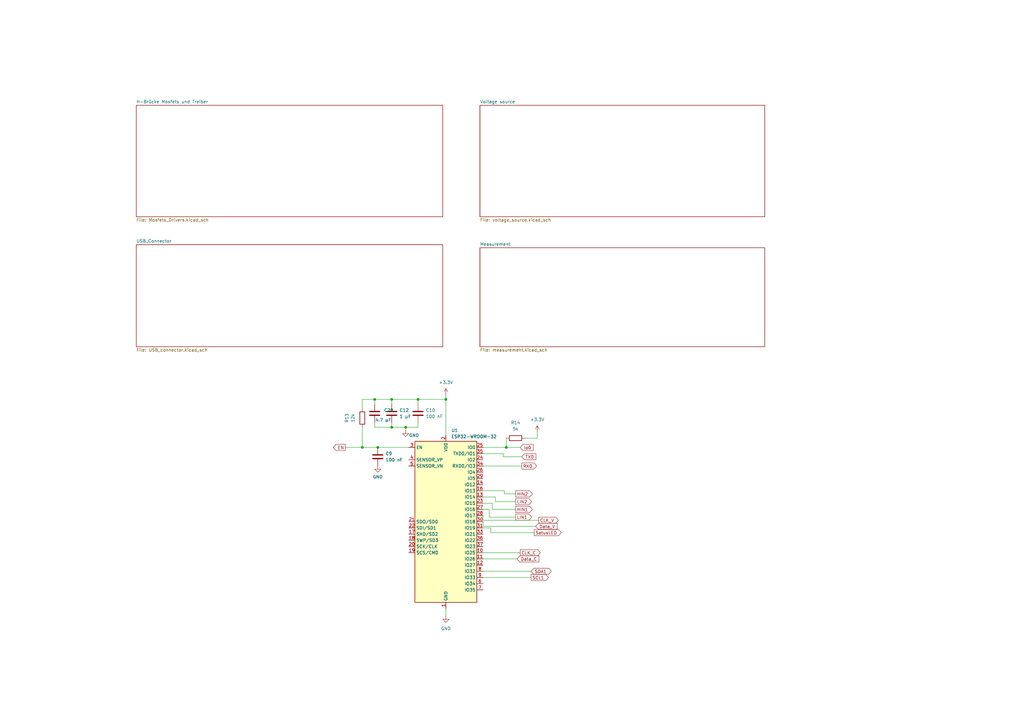
<source format=kicad_sch>
(kicad_sch (version 20231120) (generator "eeschema") (generator_version "8.0")
  (paper "A3")
  (lib_symbols
    (symbol "Device:C" (pin_numbers hide) (pin_names (offset 0.254))
      (property "Reference" "C" (at 0.635 2.54 0))
      (property "Value" "C" (at 0.635 -2.54 0))
      (symbol "C_0_1"
        (polyline (pts (xy -2.032 -0.762) (xy 2.032 -0.762)) (stroke (width 0.508)))
        (polyline (pts (xy -2.032 0.762) (xy 2.032 0.762)) (stroke (width 0.508)))
      )
      (symbol "C_1_1"
        (pin passive line (at 0 3.81 270) (length 2.794) (name "~") (number "1"))
        (pin passive line (at 0 -3.81 90) (length 2.794) (name "~") (number "2"))
      )
    )
    (symbol "Device:R" (pin_numbers hide) (pin_names (offset 0))
      (property "Reference" "R" (at 2.032 0 90))
      (property "Value" "R" (at 0 0 90))
      (symbol "R_0_1"
        (rectangle (start -1.016 -2.54) (end 1.016 2.54) (stroke (width 0.254)))
      )
      (symbol "R_1_1"
        (pin passive line (at 0 3.81 270) (length 1.27) (name "~") (number "1"))
        (pin passive line (at 0 -3.81 90) (length 1.27) (name "~") (number "2"))
      )
    )
    (symbol "RF_Module:ESP32-WROOM-32"
      (property "Reference" "U" (at -12.7 34.29 0))
      (property "Value" "ESP32-WROOM-32" (at 1.27 34.29 0))
      (symbol "ESP32-WROOM-32_0_1"
        (rectangle (start -12.7 33.02) (end 12.7 -33.02) (stroke (width 0.254)) (fill (type background)))
      )
      (symbol "ESP32-WROOM-32_1_1"
        (pin power_in line (at 0 -35.56 90) (length 2.54) (name "GND") (number "1"))
        (pin bidirectional line (at 15.24 -12.7 180) (length 2.54) (name "IO25") (number "10"))
        (pin bidirectional line (at 15.24 -15.24 180) (length 2.54) (name "IO26") (number "11"))
        (pin bidirectional line (at 15.24 -17.78 180) (length 2.54) (name "IO27") (number "12"))
        (pin bidirectional line (at 15.24 10.16 180) (length 2.54) (name "IO14") (number "13"))
        (pin bidirectional line (at 15.24 15.24 180) (length 2.54) (name "IO12") (number "14"))
        (pin passive line (at 0 -35.56 90) (length 2.54) hide (name "GND") (number "15"))
        (pin bidirectional line (at 15.24 12.7 180) (length 2.54) (name "IO13") (number "16"))
        (pin bidirectional line (at -15.24 -5.08 0) (length 2.54) (name "SHD/SD2") (number "17"))
        (pin bidirectional line (at -15.24 -7.62 0) (length 2.54) (name "SWP/SD3") (number "18"))
        (pin bidirectional line (at -15.24 -12.7 0) (length 2.54) (name "SCS/CMD") (number "19"))
        (pin power_in line (at 0 35.56 270) (length 2.54) (name "VDD") (number "2"))
        (pin bidirectional line (at -15.24 -10.16 0) (length 2.54) (name "SCK/CLK") (number "20"))
        (pin bidirectional line (at -15.24 0 0) (length 2.54) (name "SDO/SD0") (number "21"))
        (pin bidirectional line (at -15.24 -2.54 0) (length 2.54) (name "SDI/SD1") (number "22"))
        (pin bidirectional line (at 15.24 7.62 180) (length 2.54) (name "IO15") (number "23"))
        (pin bidirectional line (at 15.24 25.4 180) (length 2.54) (name "IO2") (number "24"))
        (pin bidirectional line (at 15.24 30.48 180) (length 2.54) (name "IO0") (number "25"))
        (pin bidirectional line (at 15.24 20.32 180) (length 2.54) (name "IO4") (number "26"))
        (pin bidirectional line (at 15.24 5.08 180) (length 2.54) (name "IO16") (number "27"))
        (pin bidirectional line (at 15.24 2.54 180) (length 2.54) (name "IO17") (number "28"))
        (pin bidirectional line (at 15.24 17.78 180) (length 2.54) (name "IO5") (number "29"))
        (pin input line (at -15.24 30.48 0) (length 2.54) (name "EN") (number "3"))
        (pin bidirectional line (at 15.24 0 180) (length 2.54) (name "IO18") (number "30"))
        (pin bidirectional line (at 15.24 -2.54 180) (length 2.54) (name "IO19") (number "31"))
        (pin no_connect line (at -12.7 -27.94 0) (length 2.54) hide (name "NC") (number "32"))
        (pin bidirectional line (at 15.24 -5.08 180) (length 2.54) (name "IO21") (number "33"))
        (pin bidirectional line (at 15.24 22.86 180) (length 2.54) (name "RXD0/IO3") (number "34"))
        (pin bidirectional line (at 15.24 27.94 180) (length 2.54) (name "TXD0/IO1") (number "35"))
        (pin bidirectional line (at 15.24 -7.62 180) (length 2.54) (name "IO22") (number "36"))
        (pin bidirectional line (at 15.24 -10.16 180) (length 2.54) (name "IO23") (number "37"))
        (pin passive line (at 0 -35.56 90) (length 2.54) hide (name "GND") (number "38"))
        (pin passive line (at 0 -35.56 90) (length 2.54) hide (name "GND") (number "39"))
        (pin input line (at -15.24 25.4 0) (length 2.54) (name "SENSOR_VP") (number "4"))
        (pin input line (at -15.24 22.86 0) (length 2.54) (name "SENSOR_VN") (number "5"))
        (pin input line (at 15.24 -25.4 180) (length 2.54) (name "IO34") (number "6"))
        (pin input line (at 15.24 -27.94 180) (length 2.54) (name "IO35") (number "7"))
        (pin bidirectional line (at 15.24 -20.32 180) (length 2.54) (name "IO32") (number "8"))
        (pin bidirectional line (at 15.24 -22.86 180) (length 2.54) (name "IO33") (number "9"))
      )
    )
    (symbol "power:+3.3V" (power) (pin_numbers hide) (pin_names (offset 0) hide)
      (property "Value" "+3.3V" (at 0 3.556 0))
      (symbol "+3.3V_0_1"
        (polyline (pts (xy -0.762 1.27) (xy 0 2.54)))
        (polyline (pts (xy 0 0) (xy 0 2.54)))
        (polyline (pts (xy 0 2.54) (xy 0.762 1.27)))
      )
      (symbol "+3.3V_1_1"
        (pin power_in line (at 0 0 90) (length 0) (name "~") (number "1"))
      )
    )
    (symbol "power:GND" (power) (pin_numbers hide) (pin_names (offset 0) hide)
      (property "Value" "GND" (at 0 -3.81 0))
      (symbol "GND_0_1"
        (polyline (pts (xy 0 0) (xy 0 -1.27) (xy 1.27 -1.27) (xy 0 -2.54) (xy -1.27 -1.27) (xy 0 -1.27)))
      )
      (symbol "GND_1_1"
        (pin power_in line (at 0 0 270) (length 0) (name "~") (number "1"))
      )
    )
  )
  (junction (at 160.655 175.26))
  (junction (at 154.94 183.515))
  (junction (at 166.37 175.26))
  (junction (at 153.67 163.83))
  (junction (at 182.88 163.83))
  (junction (at 148.59 183.515))
  (junction (at 160.655 163.83))
  (junction (at 207.645 183.515))
  (junction (at 171.45 163.83))
  (wire (pts (xy 182.88 163.83) (xy 182.88 178.435)))
  (wire (pts (xy 153.67 175.26) (xy 160.655 175.26)))
  (wire (pts (xy 198.12 215.9) (xy 198.12 213.995)))
  (wire (pts (xy 206.883 202.565) (xy 206.883 201.295)))
  (wire (pts (xy 200.66 212.09) (xy 211.455 212.09)))
  (wire (pts (xy 200.66 208.915) (xy 198.12 208.915)))
  (wire (pts (xy 215.265 179.705) (xy 220.345 179.705)))
  (wire (pts (xy 154.94 183.515) (xy 167.64 183.515)))
  (wire (pts (xy 182.88 161.925) (xy 182.88 163.83)))
  (wire (pts (xy 141.605 183.515) (xy 148.59 183.515)))
  (wire (pts (xy 160.655 163.83) (xy 171.45 163.83)))
  (wire (pts (xy 153.67 173.355) (xy 153.67 175.26)))
  (wire (pts (xy 153.67 163.83) (xy 153.67 165.735)))
  (wire (pts (xy 171.45 175.26) (xy 171.45 173.355)))
  (wire (pts (xy 166.37 175.26) (xy 166.37 176.53)))
  (wire (pts (xy 201.93 208.915) (xy 211.455 208.915)))
  (wire (pts (xy 198.12 201.295) (xy 206.883 201.295)))
  (wire (pts (xy 198.12 236.855) (xy 217.805 236.855)))
  (wire (pts (xy 206.375 187.325) (xy 206.375 186.055)))
  (wire (pts (xy 201.295 216.535) (xy 198.12 216.535)))
  (wire (pts (xy 207.645 179.705) (xy 207.645 183.515)))
  (wire (pts (xy 203.2 203.835) (xy 198.12 203.835)))
  (wire (pts (xy 198.12 213.36) (xy 198.12 211.455)))
  (wire (pts (xy 198.12 213.36) (xy 220.98 213.36)))
  (wire (pts (xy 211.455 205.74) (xy 203.2 205.74)))
  (wire (pts (xy 148.59 163.83) (xy 148.59 167.64)))
  (wire (pts (xy 198.12 186.055) (xy 206.375 186.055)))
  (wire (pts (xy 160.655 163.83) (xy 160.655 165.735)))
  (wire (pts (xy 160.655 175.26) (xy 160.655 173.355)))
  (wire (pts (xy 207.645 183.515) (xy 213.36 183.515)))
  (wire (pts (xy 166.37 175.26) (xy 160.655 175.26)))
  (wire (pts (xy 148.59 183.515) (xy 154.94 183.515)))
  (wire (pts (xy 203.2 205.74) (xy 203.2 203.835)))
  (wire (pts (xy 198.12 215.9) (xy 219.71 215.9)))
  (wire (pts (xy 171.45 163.83) (xy 182.88 163.83)))
  (wire (pts (xy 213.36 226.695) (xy 198.12 226.695)))
  (wire (pts (xy 213.995 187.325) (xy 206.375 187.325)))
  (wire (pts (xy 182.88 249.555) (xy 182.88 252.73)))
  (wire (pts (xy 220.345 179.705) (xy 220.345 177.165)))
  (wire (pts (xy 201.93 208.915) (xy 201.93 206.375)))
  (wire (pts (xy 212.09 229.235) (xy 198.12 229.235)))
  (wire (pts (xy 201.93 206.375) (xy 198.12 206.375)))
  (wire (pts (xy 171.45 163.83) (xy 171.45 165.735)))
  (wire (pts (xy 198.12 183.515) (xy 207.645 183.515)))
  (wire (pts (xy 198.12 234.315) (xy 217.805 234.315)))
  (wire (pts (xy 211.455 202.565) (xy 206.883 202.565)))
  (wire (pts (xy 153.67 163.83) (xy 160.655 163.83)))
  (wire (pts (xy 201.295 218.44) (xy 201.295 216.535)))
  (wire (pts (xy 148.59 175.26) (xy 148.59 183.515)))
  (wire (pts (xy 200.66 212.09) (xy 200.66 208.915)))
  (wire (pts (xy 166.37 175.26) (xy 171.45 175.26)))
  (wire (pts (xy 148.59 163.83) (xy 153.67 163.83)))
  (wire (pts (xy 198.12 191.135) (xy 213.995 191.135)))
  (wire (pts (xy 219.075 218.44) (xy 201.295 218.44)))
  (global_label "LIN1" (shape output) (at 211.455 212.09 0) (property "Intersheetrefs" "${INTERSHEET_REFS}" (effects (hide yes))))
  (global_label "Io0" (shape input) (at 213.36 183.515 0) (property "Intersheetrefs" "${INTERSHEET_REFS}" (effects (hide yes))))
  (global_label "CLK_V" (shape output) (at 220.98 213.36 0) (property "Intersheetrefs" "${INTERSHEET_REFS}" (effects (hide yes))))
  (global_label "TX0" (shape input) (at 213.995 187.325 0) (property "Intersheetrefs" "${INTERSHEET_REFS}" (effects (hide yes))))
  (global_label "SCL1" (shape output) (at 217.805 236.855 0) (property "Intersheetrefs" "${INTERSHEET_REFS}" (effects (hide yes))))
  (global_label "LIN2" (shape output) (at 211.455 205.74 0) (property "Intersheetrefs" "${INTERSHEET_REFS}" (effects (hide yes))))
  (global_label "Data_V" (shape input) (at 219.71 215.9 0) (property "Intersheetrefs" "${INTERSHEET_REFS}" (effects (hide yes))))
  (global_label "RX0" (shape output) (at 213.995 191.135 0) (property "Intersheetrefs" "${INTERSHEET_REFS}" (effects (hide yes))))
  (global_label "Data_C" (shape input) (at 212.09 229.235 0) (property "Intersheetrefs" "${INTERSHEET_REFS}" (effects (hide yes))))
  (global_label "CLK_C" (shape output) (at 213.36 226.695 0) (property "Intersheetrefs" "${INTERSHEET_REFS}" (effects (hide yes))))
  (global_label "HIN2" (shape output) (at 211.455 202.565 0) (property "Intersheetrefs" "${INTERSHEET_REFS}" (effects (hide yes))))
  (global_label "EN" (shape output) (at 141.605 183.515 180) (property "Intersheetrefs" "${INTERSHEET_REFS}" (effects (hide yes))))
  (global_label "HIN1" (shape output) (at 211.455 208.915 0) (property "Intersheetrefs" "${INTERSHEET_REFS}" (effects (hide yes))))
  (global_label "SDA1" (shape bidirectional) (at 217.805 234.315 0) (property "Intersheetrefs" "${INTERSHEET_REFS}" (effects (hide yes))))
  (global_label "SatusLED" (shape output) (at 219.075 218.44 0) (property "Intersheetrefs" "${INTERSHEET_REFS}" (effects (hide yes))))
  (symbol (lib_id "power:+3.3V") (at 220.345 177.165 0) (unit 1)
    (property "Reference" "#PWR014" (effects (hide yes)))
    (property "Value" "+3.3V" (at 220.345 172.085 0))
    (property "Description" "Power symbol creates a global label with name \"+3.3V\"" (effects (hide yes)))
  )
  (symbol (lib_id "power:GND") (at 166.37 176.53 0) (unit 1)
    (property "Reference" "#PWR015" (effects (hide yes)))
    (property "Value" "GND" (at 169.799 178.562 0))
    (property "Description" "Power symbol creates a global label with name \"GND\" , ground" (effects (hide yes)))
  )
  (symbol (lib_id "RF_Module:ESP32-WROOM-32") (at 182.88 213.995 0) (unit 1)
    (property "Reference" "U1" (at 185.0741 176.53 0) (effects (justify left)))
    (property "Value" "ESP32-WROOM-32" (at 185.0741 179.07 0) (effects (justify left)))
    (property "Footprint" "RF_Module:ESP32-WROOM-32" (effects (hide yes)))
    (property "Datasheet" "https://www.espressif.com/sites/default/files/documentation/esp32-wroom-32_datasheet_en.pdf" (effects (hide yes)))
    (property "Description" "RF Module, ESP32-D0WDQ6 SoC, Wi-Fi 802.11b/g/n, Bluetooth, BLE, 32-bit, 2.7-3.6V, onboard antenna, SMD" (effects (hide yes)))
    (property "LCSC Part#" "C701343" (effects (hide yes)))
  )
  (symbol (lib_id "Device:C") (at 171.45 169.545 0) (unit 1)
    (property "Reference" "C10" (at 174.625 168.275 0) (effects (justify left)))
    (property "Value" "100 nF" (at 174.625 170.815 0) (effects (justify left)))
    (property "Footprint" "Resistor_SMD:R_0805_2012Metric_Pad1.20x1.40mm_HandSolder" (effects (hide yes)))
    (property "Description" "Unpolarized capacitor" (effects (hide yes)))
    (property "LCSC Part#" "C49678" (effects (hide yes)))
  )
  (symbol (lib_id "Device:C") (at 153.67 169.545 0) (unit 1)
    (property "Reference" "C20" (at 157.48 168.2749 0) (effects (justify left)))
    (property "Value" "4.7 µF" (at 153.924 172.212 0) (effects (justify left)))
    (property "Footprint" "Resistor_SMD:R_0805_2012Metric_Pad1.20x1.40mm_HandSolder" (effects (hide yes)))
    (property "Description" "Unpolarized capacitor" (effects (hide yes)))
    (property "LCSC Part#" "C49678" (effects (hide yes)))
  )
  (symbol (lib_id "Device:R") (at 211.455 179.705 90) (mirror x) (unit 1)
    (property "Reference" "R14" (at 211.455 173.355 90))
    (property "Value" "5k" (at 211.455 175.895 90))
    (property "Footprint" "Resistor_SMD:R_0805_2012Metric_Pad1.20x1.40mm_HandSolder" (effects (hide yes)))
    (property "Description" "Resistor" (effects (hide yes)))
    (property "LCSC Part#" "C2828700" (effects (hide yes)))
  )
  (symbol (lib_id "Device:C") (at 154.94 187.325 0) (unit 1)
    (property "Reference" "C9" (at 158.115 186.055 0) (effects (justify left)))
    (property "Value" "100 nF" (at 158.115 188.595 0) (effects (justify left)))
    (property "Footprint" "Resistor_SMD:R_0805_2012Metric_Pad1.20x1.40mm_HandSolder" (effects (hide yes)))
    (property "Description" "Unpolarized capacitor" (effects (hide yes)))
    (property "LCSC Part#" "C165822" (effects (hide yes)))
  )
  (symbol (lib_id "power:GND") (at 154.94 191.135 0) (unit 1)
    (property "Reference" "#PWR013" (effects (hide yes)))
    (property "Value" "GND" (at 154.94 195.58 0))
    (property "Description" "Power symbol creates a global label with name \"GND\" , ground" (effects (hide yes)))
  )
  (symbol (lib_id "power:GND") (at 182.88 252.73 0) (unit 1)
    (property "Reference" "#PWR04" (effects (hide yes)))
    (property "Value" "GND" (at 182.88 257.81 0))
    (property "Description" "Power symbol creates a global label with name \"GND\" , ground" (effects (hide yes)))
  )
  (symbol (lib_id "Device:C") (at 160.655 169.545 0) (unit 1)
    (property "Reference" "C12" (at 163.83 168.2749 0) (effects (justify left)))
    (property "Value" "1 µF" (at 163.83 170.8149 0) (effects (justify left)))
    (property "Footprint" "Resistor_SMD:R_0805_2012Metric_Pad1.20x1.40mm_HandSolder" (effects (hide yes)))
    (property "Description" "Unpolarized capacitor" (effects (hide yes)))
    (property "LCSC Part#" "C28323" (effects (hide yes)))
  )
  (symbol (lib_id "power:+3.3V") (at 182.88 161.925 0) (unit 1)
    (property "Reference" "#PWR05" (effects (hide yes)))
    (property "Value" "+3.3V" (at 182.88 156.845 0))
    (property "Description" "Power symbol creates a global label with name \"+3.3V\"" (effects (hide yes)))
  )
  (symbol (lib_id "Device:R") (at 148.59 171.45 0) (mirror x) (unit 1)
    (property "Reference" "R13" (at 142.24 171.45 90))
    (property "Value" "12k" (at 144.78 171.45 90))
    (property "Footprint" "Resistor_SMD:R_0805_2012Metric_Pad1.20x1.40mm_HandSolder" (effects (hide yes)))
    (property "Description" "Resistor" (effects (hide yes)))
    (property "LCSC Part#" "C139925" (effects (hide yes)))
  )
  (sheet (at 55.88 100.33) (size 125.73 41.91) (stroke (width 0.1524))
    (property "Sheetname" "USB_Connector" (at 55.88 99.6184 0) (effects (justify left bottom)))
    (property "Sheetfile" "USB_connector.kicad_sch" (at 55.88 142.8246 0) (effects (justify left top)))
  )
  (sheet (at 196.85 43.18) (size 116.84 45.72) (stroke (width 0.1524))
    (property "Sheetname" "Voltage source" (at 196.85 42.4684 0) (effects (justify left bottom)))
    (property "Sheetfile" "voltage_source.kicad_sch" (at 196.85 89.4846 0) (effects (justify left top)))
  )
  (sheet (at 55.88 43.18) (size 125.73 45.72) (stroke (width 0.1524))
    (property "Sheetname" "H-Brücke Mosfets und Treiber" (at 55.88 42.4684 0) (effects (justify left bottom)))
    (property "Sheetfile" "Mosfets_Drivers.kicad_sch" (at 55.88 89.4846 0) (effects (justify left top)))
  )
  (sheet (at 196.85 101.6) (size 116.84 40.64) (stroke (width 0.1524))
    (property "Sheetname" "Measurement" (at 196.85 100.8884 0) (effects (justify left bottom)))
    (property "Sheetfile" "measurement.kicad_sch" (at 196.85 142.8246 0) (effects (justify left top)))
  )
)
</source>
